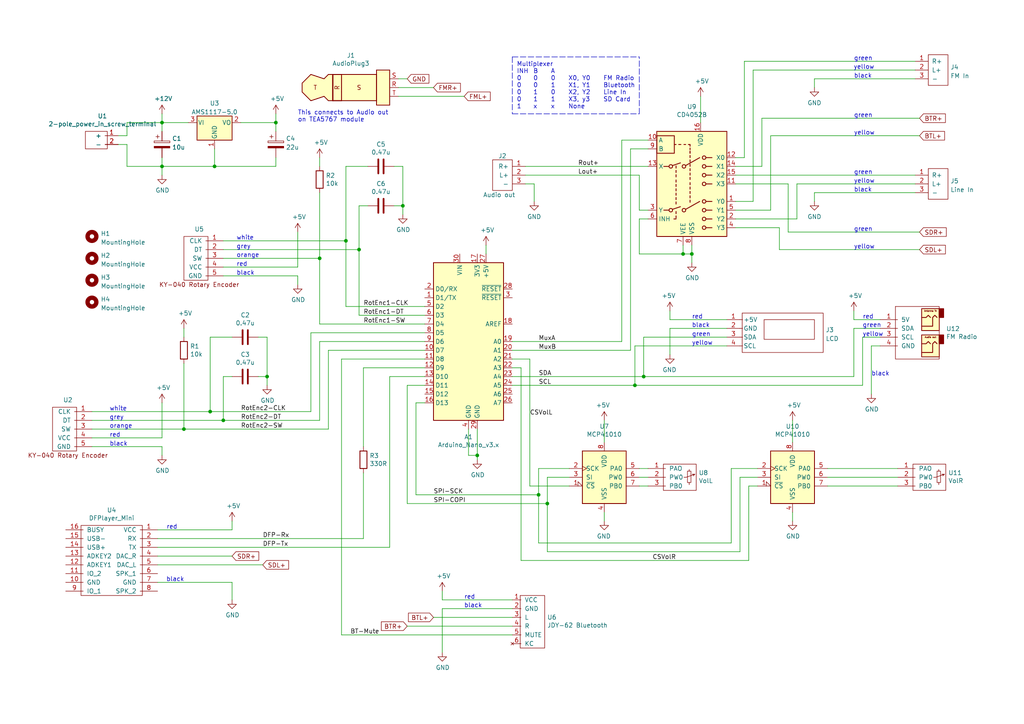
<source format=kicad_sch>
(kicad_sch (version 20211123) (generator eeschema)
  (paper "A4")
  (lib_symbols
    (symbol "Analog_Switch:CD4052B"
      (property "Reference" "U" (at -10.16 16.51 0))
      (property "Value" "CD4052B" (at 3.81 16.51 0))
      (symbol "CD4052B_0_1"
        (rectangle (start -10.16 8.89) (end -5.08 13.97) (stroke (width 0.254)))
        (rectangle (start -10.16 15.24) (end 10.16 -15.24) (stroke (width 0.254)) (fill (type background)))
        (circle (center -6.096 -7.62) (radius 0.508) (stroke (width 0.254)))
        (circle (center -6.096 5.08) (radius 0.508) (stroke (width 0.254)))
        (circle (center -2.286 -7.62) (radius 0.508) (stroke (width 0.254)))
        (circle (center -2.286 5.08) (radius 0.508) (stroke (width 0.254)))
        (polyline (pts (xy -8.128 -7.62) (xy -6.604 -7.62)) (stroke (width 0.254)))
        (polyline (pts (xy -8.128 5.08) (xy -6.604 5.08)) (stroke (width 0.254)))
        (polyline (pts (xy -5.588 -7.366) (xy -3.302 -6.604)) (stroke (width 0.254)))
        (polyline (pts (xy -5.588 5.334) (xy -3.302 6.096)) (stroke (width 0.254)))
        (polyline (pts (xy -4.572 -10.16) (xy -5.207 -10.16)) (stroke (width 0.254)))
        (polyline (pts (xy -4.572 -9.906) (xy -4.572 -9.271)) (stroke (width 0.254)))
        (polyline (pts (xy -4.572 -8.636) (xy -4.572 -8.001)) (stroke (width 0.254)))
        (polyline (pts (xy -4.572 -5.842) (xy -4.572 -5.207)) (stroke (width 0.254)))
        (polyline (pts (xy -4.572 -4.572) (xy -4.572 -3.937)) (stroke (width 0.254)))
        (polyline (pts (xy -4.572 -3.302) (xy -4.572 -2.667)) (stroke (width 0.254)))
        (polyline (pts (xy -4.572 -2.032) (xy -4.572 -1.397)) (stroke (width 0.254)))
        (polyline (pts (xy -4.572 -0.762) (xy -4.572 -0.127)) (stroke (width 0.254)))
        (polyline (pts (xy -4.572 0.508) (xy -4.572 1.143)) (stroke (width 0.254)))
        (polyline (pts (xy -4.572 2.032) (xy -4.572 2.667)) (stroke (width 0.254)))
        (polyline (pts (xy -4.572 3.302) (xy -4.572 3.937)) (stroke (width 0.254)))
        (polyline (pts (xy -4.572 4.572) (xy -4.572 5.207)) (stroke (width 0.254)))
        (polyline (pts (xy -4.572 11.43) (xy -5.08 11.43)) (stroke (width 0.254)))
        (polyline (pts (xy -3.81 11.43) (xy -3.175 11.43)) (stroke (width 0.254)))
        (polyline (pts (xy -1.778 -7.366) (xy 2.286 -5.08)) (stroke (width 0.254)))
        (polyline (pts (xy -1.778 5.334) (xy 2.286 7.62)) (stroke (width 0.254)))
        (polyline (pts (xy -1.778 11.43) (xy -2.286 11.43)) (stroke (width 0.254)))
        (polyline (pts (xy -0.508 -5.334) (xy -0.508 -4.699)) (stroke (width 0.254)))
        (polyline (pts (xy -0.508 -4.064) (xy -0.508 -3.429)) (stroke (width 0.254)))
        (polyline (pts (xy -0.508 -2.794) (xy -0.508 -2.159)) (stroke (width 0.254)))
        (polyline (pts (xy -0.508 -1.524) (xy -0.508 -0.889)) (stroke (width 0.254)))
        (polyline (pts (xy -0.508 -0.254) (xy -0.508 0.381)) (stroke (width 0.254)))
        (polyline (pts (xy -0.508 1.27) (xy -0.508 1.905)) (stroke (width 0.254)))
        (polyline (pts (xy -0.508 2.54) (xy -0.508 3.175)) (stroke (width 0.254)))
        (polyline (pts (xy -0.508 3.81) (xy -0.508 4.445)) (stroke (width 0.254)))
        (polyline (pts (xy -0.508 5.08) (xy -0.508 5.715)) (stroke (width 0.254)))
        (polyline (pts (xy -0.508 6.35) (xy -0.508 6.985)) (stroke (width 0.254)))
        (polyline (pts (xy -0.508 7.62) (xy -0.508 8.255)) (stroke (width 0.254)))
        (polyline (pts (xy -0.508 8.89) (xy -0.508 9.398)) (stroke (width 0.254)))
        (polyline (pts (xy -0.508 8.89) (xy -0.508 9.525)) (stroke (width 0.254)))
        (polyline (pts (xy -0.508 9.906) (xy -0.508 10.414)) (stroke (width 0.254)))
        (polyline (pts (xy -0.508 10.922) (xy -0.508 11.43)) (stroke (width 0.254)))
        (polyline (pts (xy -0.508 11.43) (xy -1.016 11.43)) (stroke (width 0.254)))
        (polyline (pts (xy 4.064 -12.7) (xy 5.842 -12.7)) (stroke (width 0.254)))
        (polyline (pts (xy 4.064 -10.16) (xy 5.842 -10.16)) (stroke (width 0.254)))
        (polyline (pts (xy 4.064 -7.62) (xy 5.842 -7.62)) (stroke (width 0.254)))
        (polyline (pts (xy 4.064 -5.08) (xy 5.842 -5.08)) (stroke (width 0.254)))
        (polyline (pts (xy 4.064 0) (xy 5.842 0)) (stroke (width 0.254)))
        (polyline (pts (xy 4.064 2.54) (xy 5.842 2.54)) (stroke (width 0.254)))
        (polyline (pts (xy 4.064 5.08) (xy 5.842 5.08)) (stroke (width 0.254)))
        (polyline (pts (xy 4.064 7.62) (xy 5.842 7.62)) (stroke (width 0.254)))
        (circle (center 3.556 -12.7) (radius 0.508) (stroke (width 0.254)))
        (circle (center 3.556 -10.16) (radius 0.508) (stroke (width 0.254)))
        (circle (center 3.556 -7.62) (radius 0.508) (stroke (width 0.254)))
        (circle (center 3.556 -5.08) (radius 0.508) (stroke (width 0.254)))
        (circle (center 3.556 0) (radius 0.508) (stroke (width 0.254)))
        (circle (center 3.556 2.54) (radius 0.508) (stroke (width 0.254)))
        (circle (center 3.556 5.08) (radius 0.508) (stroke (width 0.254)))
        (circle (center 3.556 7.62) (radius 0.508) (stroke (width 0.254)))
      )
      (symbol "CD4052B_1_1"
        (pin bidirectional line (at 12.7 -5.08 180) (length 2.54) (name "Y0") (number "1"))
        (pin input line (at -12.7 12.7 0) (length 2.54) (name "A") (number "10"))
        (pin bidirectional line (at 12.7 0 180) (length 2.54) (name "X3") (number "11"))
        (pin bidirectional line (at 12.7 7.62 180) (length 2.54) (name "X0") (number "12"))
        (pin bidirectional line (at -12.7 5.08 0) (length 2.54) (name "X") (number "13"))
        (pin bidirectional line (at 12.7 5.08 180) (length 2.54) (name "X1") (number "14"))
        (pin bidirectional line (at 12.7 2.54 180) (length 2.54) (name "X2") (number "15"))
        (pin power_in line (at 2.54 17.78 270) (length 2.54) (name "VDD") (number "16"))
        (pin bidirectional line (at 12.7 -10.16 180) (length 2.54) (name "Y2") (number "2"))
        (pin bidirectional line (at -12.7 -7.62 0) (length 2.54) (name "Y") (number "3"))
        (pin bidirectional line (at 12.7 -12.7 180) (length 2.54) (name "Y3") (number "4"))
        (pin bidirectional line (at 12.7 -7.62 180) (length 2.54) (name "Y1") (number "5"))
        (pin input line (at -12.7 -10.16 0) (length 2.54) (name "INH") (number "6"))
        (pin power_in line (at -2.54 -17.78 90) (length 2.54) (name "VEE") (number "7"))
        (pin power_in line (at 0 -17.78 90) (length 2.54) (name "VSS") (number "8"))
        (pin input line (at -12.7 10.16 0) (length 2.54) (name "B") (number "9"))
      )
    )
    (symbol "Connector:AudioPlug3"
      (property "Reference" "J" (at 1.27 6.35 0))
      (property "Value" "AudioPlug3" (at 1.27 -6.35 0))
      (symbol "AudioPlug3_0_0"
        (text "R" (at -2.54 0 900) (effects (font (size 1.27 1.27))))
      )
      (symbol "AudioPlug3_0_1"
        (rectangle (start -3.81 3.81) (end -1.27 -3.81) (stroke (width 0.254)))
        (rectangle (start -1.27 -1.27) (end -1.27 -1.27))
      )
      (symbol "AudioPlug3_1_0"
        (text "S" (at 3.81 0 0) (effects (font (size 1.27 1.27))))
        (text "T" (at -8.89 0 0) (effects (font (size 1.27 1.27))))
      )
      (symbol "AudioPlug3_1_1"
        (rectangle (start -3.81 3.81) (end 8.89 -3.81) (stroke (width 0.254)) (fill (type background)))
        (polyline (pts (xy -3.81 3.81) (xy -5.08 3.81) (xy -6.35 2.54) (xy -10.16 3.81) (xy -12.7 1.27) (xy -12.7 -1.27) (xy -10.16 -3.81) (xy -6.35 -2.54) (xy -5.08 -3.81) (xy -3.81 -3.81) (xy -3.81 3.81)) (stroke (width 0.254)) (fill (type background)))
        (rectangle (start 12.7 5.08) (end 8.89 -5.08) (stroke (width 0.254)) (fill (type background)))
        (pin passive line (at 15.24 0 180) (length 2.54) (name "~") (number "R"))
        (pin passive line (at 15.24 2.54 180) (length 2.54) (name "~") (number "S"))
        (pin passive line (at 15.24 -2.54 180) (length 2.54) (name "~") (number "T"))
      )
    )
    (symbol "Device:C" (pin_numbers hide) (pin_names (offset 0.254))
      (property "Reference" "C" (at 0.635 2.54 0))
      (property "Value" "C" (at 0.635 -2.54 0))
      (symbol "C_0_1"
        (polyline (pts (xy -2.032 -0.762) (xy 2.032 -0.762)) (stroke (width 0.508)))
        (polyline (pts (xy -2.032 0.762) (xy 2.032 0.762)) (stroke (width 0.508)))
      )
      (symbol "C_1_1"
        (pin passive line (at 0 3.81 270) (length 2.794) (name "~") (number "1"))
        (pin passive line (at 0 -3.81 90) (length 2.794) (name "~") (number "2"))
      )
    )
    (symbol "Device:C_Polarized" (pin_numbers hide) (pin_names (offset 0.254))
      (property "Reference" "C" (at 0.635 2.54 0))
      (property "Value" "C_Polarized" (at 0.635 -2.54 0))
      (symbol "C_Polarized_0_1"
        (rectangle (start -2.286 0.508) (end 2.286 1.016))
        (polyline (pts (xy -1.778 2.286) (xy -0.762 2.286)))
        (polyline (pts (xy -1.27 2.794) (xy -1.27 1.778)))
        (rectangle (start 2.286 -0.508) (end -2.286 -1.016) (fill (type outline)))
      )
      (symbol "C_Polarized_1_1"
        (pin passive line (at 0 3.81 270) (length 2.794) (name "~") (number "1"))
        (pin passive line (at 0 -3.81 90) (length 2.794) (name "~") (number "2"))
      )
    )
    (symbol "Device:R" (pin_numbers hide) (pin_names (offset 0))
      (property "Reference" "R" (at 2.032 0 90))
      (property "Value" "R" (at 0 0 90))
      (symbol "R_0_1"
        (rectangle (start -1.016 -2.54) (end 1.016 2.54) (stroke (width 0.254)))
      )
      (symbol "R_1_1"
        (pin passive line (at 0 3.81 270) (length 1.27) (name "~") (number "1"))
        (pin passive line (at 0 -3.81 90) (length 1.27) (name "~") (number "2"))
      )
    )
    (symbol "MCU_Module:Arduino_Nano_v3.x"
      (property "Reference" "A" (at -10.16 23.495 0))
      (property "Value" "Arduino_Nano_v3.x" (at 5.08 -24.13 0))
      (symbol "Arduino_Nano_v3.x_0_1"
        (rectangle (start -10.16 22.86) (end 10.16 -22.86) (stroke (width 0.254)) (fill (type background)))
      )
      (symbol "Arduino_Nano_v3.x_1_1"
        (pin bidirectional line (at -12.7 12.7 0) (length 2.54) (name "D1/TX") (number "1"))
        (pin bidirectional line (at -12.7 -2.54 0) (length 2.54) (name "D7") (number "10"))
        (pin bidirectional line (at -12.7 -5.08 0) (length 2.54) (name "D8") (number "11"))
        (pin bidirectional line (at -12.7 -7.62 0) (length 2.54) (name "D9") (number "12"))
        (pin bidirectional line (at -12.7 -10.16 0) (length 2.54) (name "D10") (number "13"))
        (pin bidirectional line (at -12.7 -12.7 0) (length 2.54) (name "D11") (number "14"))
        (pin bidirectional line (at -12.7 -15.24 0) (length 2.54) (name "D12") (number "15"))
        (pin bidirectional line (at -12.7 -17.78 0) (length 2.54) (name "D13") (number "16"))
        (pin power_out line (at 2.54 25.4 270) (length 2.54) (name "3V3") (number "17"))
        (pin input line (at 12.7 5.08 180) (length 2.54) (name "AREF") (number "18"))
        (pin bidirectional line (at 12.7 0 180) (length 2.54) (name "A0") (number "19"))
        (pin bidirectional line (at -12.7 15.24 0) (length 2.54) (name "D0/RX") (number "2"))
        (pin bidirectional line (at 12.7 -2.54 180) (length 2.54) (name "A1") (number "20"))
        (pin bidirectional line (at 12.7 -5.08 180) (length 2.54) (name "A2") (number "21"))
        (pin bidirectional line (at 12.7 -7.62 180) (length 2.54) (name "A3") (number "22"))
        (pin bidirectional line (at 12.7 -10.16 180) (length 2.54) (name "A4") (number "23"))
        (pin bidirectional line (at 12.7 -12.7 180) (length 2.54) (name "A5") (number "24"))
        (pin bidirectional line (at 12.7 -15.24 180) (length 2.54) (name "A6") (number "25"))
        (pin bidirectional line (at 12.7 -17.78 180) (length 2.54) (name "A7") (number "26"))
        (pin power_out line (at 5.08 25.4 270) (length 2.54) (name "+5V") (number "27"))
        (pin input line (at 12.7 15.24 180) (length 2.54) (name "~{RESET}") (number "28"))
        (pin power_in line (at 2.54 -25.4 90) (length 2.54) (name "GND") (number "29"))
        (pin input line (at 12.7 12.7 180) (length 2.54) (name "~{RESET}") (number "3"))
        (pin power_in line (at -2.54 25.4 270) (length 2.54) (name "VIN") (number "30"))
        (pin power_in line (at 0 -25.4 90) (length 2.54) (name "GND") (number "4"))
        (pin bidirectional line (at -12.7 10.16 0) (length 2.54) (name "D2") (number "5"))
        (pin bidirectional line (at -12.7 7.62 0) (length 2.54) (name "D3") (number "6"))
        (pin bidirectional line (at -12.7 5.08 0) (length 2.54) (name "D4") (number "7"))
        (pin bidirectional line (at -12.7 2.54 0) (length 2.54) (name "D5") (number "8"))
        (pin bidirectional line (at -12.7 0 0) (length 2.54) (name "D6") (number "9"))
      )
    )
    (symbol "Mechanical:MountingHole" (pin_names (offset 1.016))
      (property "Reference" "H" (at 0 5.08 0))
      (property "Value" "MountingHole" (at 0 3.175 0))
      (symbol "MountingHole_0_1"
        (circle (center 0 0) (radius 1.27) (stroke (width 1.27)))
      )
    )
    (symbol "My_Headers:3-pin_Audio" (pin_names (offset 1.016))
      (property "Reference" "J" (at -0.635 6.35 0))
      (symbol "3-pin_Audio_0_1"
        (polyline (pts (xy -1.27 4.445) (xy 4.445 4.445) (xy 4.445 -3.81) (xy 4.445 -4.445) (xy -1.27 -4.445) (xy -1.27 4.445)) (stroke (width 0.1524)))
      )
      (symbol "3-pin_Audio_1_1"
        (pin bidirectional line (at -5.08 2.54 0) (length 3.81) (name "R+") (number "1"))
        (pin bidirectional line (at -5.08 0 0) (length 3.81) (name "L+") (number "2"))
        (pin bidirectional line (at -5.08 -2.54 0) (length 3.81) (name "-") (number "3"))
      )
    )
    (symbol "My_Headers:3-pin_potentiometer_output" (pin_names (offset 1.016))
      (property "Reference" "U" (at 5.715 2.54 0))
      (property "Value" "3-pin_potentiometer_output" (at 5.08 -7.62 0))
      (symbol "3-pin_potentiometer_output_0_1"
        (polyline (pts (xy 11.938 -4.064) (xy 11.938 -4.699)))
        (polyline (pts (xy 11.938 -0.254) (xy 11.938 -0.762)))
        (polyline (pts (xy 12.827 -1.651) (xy 12.827 -1.651)))
        (polyline (pts (xy 13.589 -1.651) (xy 13.081 -2.159)))
        (polyline (pts (xy 10.414 -2.54) (xy 11.049 -2.54) (xy 13.589 -1.651) (xy 12.827 -1.651)))
        (polyline (pts (xy 4.445 1.27) (xy 13.97 1.27) (xy 13.97 -6.35) (xy 4.445 -6.35) (xy 4.445 1.27)))
        (polyline (pts (xy 11.43 -0.762) (xy 12.446 -0.762) (xy 12.446 -4.064) (xy 11.43 -4.064) (xy 11.43 -0.762)))
      )
      (symbol "3-pin_potentiometer_output_1_1"
        (pin input line (at 0 0 0) (length 5.08) (name "PAO") (number "1"))
        (pin output line (at 0 -2.54 0) (length 5.08) (name "PW0") (number "2"))
        (pin input line (at 0 -5.08 0) (length 5.08) (name "PB0") (number "3"))
      )
    )
    (symbol "My_Headers:4-pin_I2C_LCD_header" (pin_names (offset 1.016))
      (property "Reference" "J" (at 0 5.715 0))
      (property "Value" "4-pin_I2C_LCD_header" (at 0 -8.255 0))
      (symbol "4-pin_I2C_LCD_header_0_1"
        (polyline (pts (xy -0.635 4.445) (xy 22.86 4.445) (xy 22.86 -6.985) (xy -0.635 -6.985) (xy -0.635 4.445)) (stroke (width 0.1524)))
        (polyline (pts (xy 5.715 2.54) (xy 5.715 -3.175) (xy 20.32 -3.175) (xy 20.32 2.54) (xy 5.715 2.54)) (stroke (width 0.1524)))
      )
      (symbol "4-pin_I2C_LCD_header_1_1"
        (polyline (pts (xy -1.27 -5.08) (xy -0.508 -5.08)) (stroke (width 0.1524)))
        (polyline (pts (xy -1.27 -2.54) (xy -0.508 -2.54)) (stroke (width 0.1524)))
        (polyline (pts (xy -1.27 0) (xy -0.508 0)) (stroke (width 0.1524)))
        (polyline (pts (xy -1.27 2.54) (xy -0.508 2.54)) (stroke (width 0.1524)))
        (pin power_in line (at -5.08 2.54 0) (length 3.81) (name "+5V") (number "1"))
        (pin power_in line (at -5.08 0 0) (length 3.81) (name "GND") (number "2"))
        (pin passive line (at -5.08 -2.54 0) (length 3.81) (name "SDA") (number "3"))
        (pin passive line (at -5.08 -5.08 0) (length 3.81) (name "SCL") (number "4"))
      )
    )
    (symbol "My_Parts:2-pole_power_in_screw_terminal" (pin_names (offset 1.016))
      (property "Reference" "U" (at 4.445 3.175 0))
      (property "Value" "2-pole_power_in_screw_terminal" (at 6.35 -5.715 0))
      (symbol "2-pole_power_in_screw_terminal_0_1"
        (rectangle (start 3.175 1.27) (end 9.525 -3.81))
      )
      (symbol "2-pole_power_in_screw_terminal_1_1"
        (pin power_in line (at 0 0 0) (length 3.81) (name "+") (number "1"))
        (pin power_in line (at 0 -2.54 0) (length 3.81) (name "-") (number "2"))
      )
    )
    (symbol "My_Parts:DFPlayer_Mini" (pin_names (offset 1.016))
      (property "Reference" "U" (at 6.985 2.54 0))
      (property "Value" "DFPlayer_Mini" (at 12.7 -20.955 0))
      (symbol "DFPlayer_Mini_0_1"
        (polyline (pts (xy 4.445 1.27) (xy 4.445 -19.05) (xy 22.225 -19.05) (xy 22.225 1.27) (xy 4.445 1.27)))
      )
      (symbol "DFPlayer_Mini_1_1"
        (pin power_in line (at 0 0 0) (length 5.08) (name "VCC") (number "1"))
        (pin power_in line (at 26.67 -15.24 180) (length 5.08) (name "GND") (number "10"))
        (pin input line (at 26.67 -12.7 180) (length 5.08) (name "IO_2") (number "11"))
        (pin input line (at 26.67 -10.16 180) (length 5.08) (name "ADKEY1") (number "12"))
        (pin input line (at 26.67 -7.62 180) (length 5.08) (name "ADKEY2") (number "13"))
        (pin bidirectional line (at 26.67 -5.08 180) (length 5.08) (name "USB+") (number "14"))
        (pin bidirectional line (at 26.67 -2.54 180) (length 5.08) (name "USB-") (number "15"))
        (pin output line (at 26.67 0 180) (length 5.08) (name "BUSY") (number "16"))
        (pin input line (at 0 -2.54 0) (length 5.08) (name "RX") (number "2"))
        (pin output line (at 0 -5.08 0) (length 5.08) (name "TX") (number "3"))
        (pin output line (at 0 -7.62 0) (length 5.08) (name "DAC_R") (number "4"))
        (pin output line (at 0 -10.16 0) (length 5.08) (name "DAC_L") (number "5"))
        (pin output line (at 0 -12.7 0) (length 5.08) (name "SPK_1") (number "6"))
        (pin power_in line (at 0 -15.24 0) (length 5.08) (name "GND") (number "7"))
        (pin output line (at 0 -17.78 0) (length 5.08) (name "SPK_2") (number "8"))
        (pin input line (at 26.67 -17.78 180) (length 5.08) (name "IO_1") (number "9"))
      )
    )
    (symbol "My_Parts:JDY-62_Bluetooth_Module" (pin_names (offset 1.016))
      (property "Reference" "U" (at 3.302 2.286 0))
      (property "Value" "JDY-62_Bluetooth_Module" (at 6.096 -15.494 0))
      (symbol "JDY-62_Bluetooth_Module_0_1"
        (polyline (pts (xy 2.286 1.27) (xy 2.286 -13.97) (xy 9.398 -13.97) (xy 9.398 1.27) (xy 2.286 1.27)))
      )
      (symbol "JDY-62_Bluetooth_Module_1_1"
        (pin power_in line (at 0 0 0) (length 2.54) (name "VCC") (number "1"))
        (pin power_in line (at 0 -2.54 0) (length 2.54) (name "GND") (number "2"))
        (pin output line (at 0 -5.08 0) (length 2.54) (name "L") (number "3"))
        (pin output line (at 0 -7.62 0) (length 2.54) (name "R") (number "4"))
        (pin output line (at 0 -10.16 0) (length 2.54) (name "MUTE") (number "5"))
        (pin no_connect line (at 0 -12.7 0) (length 2.54) (name "KC") (number "6"))
      )
    )
    (symbol "My_Parts:KY-040_Rotary_Encoder" (pin_names (offset 1.016))
      (property "Reference" "U" (at 0.635 2.54 0))
      (symbol "KY-040_Rotary_Encoder_0_0"
        (text "KY-040 Rotary Encoder" (at 1.905 -12.7 0) (effects (font (size 1.27 1.27))))
      )
      (symbol "KY-040_Rotary_Encoder_0_1"
        (rectangle (start -0.635 -11.43) (end 6.35 1.27))
      )
      (symbol "KY-040_Rotary_Encoder_1_1"
        (pin output line (at -5.08 0 0) (length 5.08) (name "CLK") (number "1"))
        (pin output line (at -5.08 -2.54 0) (length 5.08) (name "DT") (number "2"))
        (pin output line (at -5.08 -5.08 0) (length 5.08) (name "SW") (number "3"))
        (pin power_in line (at -5.08 -7.62 0) (length 5.08) (name "VCC") (number "4"))
        (pin power_in line (at -5.08 -10.16 0) (length 5.08) (name "GND") (number "5"))
      )
    )
    (symbol "My_Parts:TEA5767_FM_Radio_Module" (pin_names (offset 1.016))
      (property "Reference" "U" (at 6.35 5.08 0))
      (property "Value" "TEA5767_FM_Radio_Module" (at 9.525 -13.335 0))
      (symbol "TEA5767_FM_Radio_Module_0_0"
        (text "Antenna in" (at 14.605 2.54 0) (effects (font (size 0.4572 0.4572))))
        (text "Audio out" (at 14.605 -5.08 0) (effects (font (size 0.4572 0.4572))))
      )
      (symbol "TEA5767_FM_Radio_Module_0_1"
        (polyline (pts (xy 17.145 -4.445) (xy 17.145 -3.175)))
        (polyline (pts (xy 17.145 3.175) (xy 17.145 3.81) (xy 4.445 3.81)))
        (polyline (pts (xy 4.445 3.81) (xy 4.445 -11.43) (xy 17.145 -11.43) (xy 17.145 -10.795)))
      )
      (symbol "TEA5767_FM_Radio_Module_1_1"
        (polyline (pts (xy 14.605 -6.985) (xy 13.97 -6.35) (xy 13.335 -6.985) (xy 12.065 -6.985)) (stroke (width 0.254)))
        (polyline (pts (xy 14.605 0.635) (xy 13.97 1.27) (xy 13.335 0.635) (xy 12.065 0.635)) (stroke (width 0.254)))
        (polyline (pts (xy 12.065 -9.525) (xy 15.24 -9.525) (xy 15.24 -6.985) (xy 15.875 -6.35) (xy 16.51 -6.985)) (stroke (width 0.254)))
        (polyline (pts (xy 12.065 -1.905) (xy 15.24 -1.905) (xy 15.24 0.635) (xy 15.875 1.27) (xy 16.51 0.635)) (stroke (width 0.254)))
        (rectangle (start 12.065 -10.795) (end 17.145 -4.445) (stroke (width 0.254)) (fill (type background)))
        (rectangle (start 12.065 -3.175) (end 17.145 3.175) (stroke (width 0.254)) (fill (type background)))
        (rectangle (start 17.145 -4.445) (end 18.415 -6.985) (stroke (width 0.254)) (fill (type outline)))
        (rectangle (start 17.145 3.175) (end 18.415 0.635) (stroke (width 0.254)) (fill (type outline)))
        (pin power_in line (at 0 0 0) (length 5.08) (name "5V") (number "1"))
        (pin bidirectional line (at 0 -2.54 0) (length 5.08) (name "SDA") (number "2"))
        (pin bidirectional line (at 0 -5.08 0) (length 5.08) (name "SCL") (number "3"))
        (pin power_in line (at 0 -7.62 0) (length 5.08) (name "GND") (number "4"))
      )
    )
    (symbol "Potentiometer_Digital:MCP41010" (pin_names (offset 1.016))
      (property "Reference" "U" (at -6.35 8.89 0))
      (property "Value" "MCP41010" (at 1.27 8.89 0))
      (symbol "MCP41010_0_1"
        (rectangle (start -6.35 7.62) (end 6.35 -7.62) (stroke (width 0.254)) (fill (type background)))
      )
      (symbol "MCP41010_1_1"
        (pin input input_low (at -10.16 -2.54 0) (length 3.81) (name "~{CS}") (number "1"))
        (pin passive clock (at -10.16 2.54 0) (length 3.81) (name "SCK") (number "2"))
        (pin input line (at -10.16 0 0) (length 3.81) (name "SI") (number "3"))
        (pin power_in line (at 0 -10.16 90) (length 2.54) (name "VSS") (number "4"))
        (pin passive line (at 10.16 2.54 180) (length 3.81) (name "PA0") (number "5"))
        (pin passive line (at 10.16 0 180) (length 3.81) (name "PW0") (number "6"))
        (pin passive line (at 10.16 -2.54 180) (length 3.81) (name "PB0") (number "7"))
        (pin power_in line (at 0 10.16 270) (length 2.54) (name "VDD") (number "8"))
      )
    )
    (symbol "Regulator_Linear:AMS1117-5.0" (pin_names (offset 0.254))
      (property "Reference" "U" (at -3.81 3.175 0))
      (property "Value" "AMS1117-5.0" (at 0 3.175 0))
      (symbol "AMS1117-5.0_0_1"
        (rectangle (start -5.08 -5.08) (end 5.08 1.905) (stroke (width 0.254)) (fill (type background)))
      )
      (symbol "AMS1117-5.0_1_1"
        (pin power_in line (at 0 -7.62 90) (length 2.54) (name "GND") (number "1"))
        (pin power_out line (at 7.62 0 180) (length 2.54) (name "VO") (number "2"))
        (pin power_in line (at -7.62 0 0) (length 2.54) (name "VI") (number "3"))
      )
    )
    (symbol "power:+12V" (power) (pin_names (offset 0))
      (property "Value" "+12V" (at 0 3.556 0))
      (symbol "+12V_0_1"
        (polyline (pts (xy -0.762 1.27) (xy 0 2.54)))
        (polyline (pts (xy 0 0) (xy 0 2.54)))
        (polyline (pts (xy 0 2.54) (xy 0.762 1.27)))
      )
      (symbol "+12V_1_1"
        (pin power_in line (at 0 0 90) (length 0) hide (name "+12V") (number "1"))
      )
    )
    (symbol "power:+5V" (power) (pin_names (offset 0))
      (property "Value" "+5V" (at 0 3.556 0))
      (symbol "+5V_0_1"
        (polyline (pts (xy -0.762 1.27) (xy 0 2.54)))
        (polyline (pts (xy 0 0) (xy 0 2.54)))
        (polyline (pts (xy 0 2.54) (xy 0.762 1.27)))
      )
      (symbol "+5V_1_1"
        (pin power_in line (at 0 0 90) (length 0) hide (name "+5V") (number "1"))
      )
    )
    (symbol "power:GND" (power) (pin_names (offset 0))
      (property "Value" "GND" (at 0 -3.81 0))
      (symbol "GND_0_1"
        (polyline (pts (xy 0 0) (xy 0 -1.27) (xy 1.27 -1.27) (xy 0 -2.54) (xy -1.27 -1.27) (xy 0 -1.27)))
      )
      (symbol "GND_1_1"
        (pin power_in line (at 0 0 270) (length 0) hide (name "GND") (number "1"))
      )
    )
  )
  (junction (at 158.75 146.05))
  (junction (at 92.71 74.93))
  (junction (at 53.34 124.46))
  (junction (at 198.12 73.66))
  (junction (at 156.21 143.51))
  (junction (at 116.84 59.69))
  (junction (at 100.33 69.85))
  (junction (at 64.77 121.92))
  (junction (at 200.66 73.66))
  (junction (at 62.23 48.26))
  (junction (at 186.69 109.22))
  (junction (at 80.01 35.56))
  (junction (at 104.14 72.39))
  (junction (at 77.47 109.22))
  (junction (at 46.99 35.56))
  (junction (at 138.43 132.08))
  (junction (at 60.96 119.38))
  (junction (at 46.99 48.26))
  (junction (at 184.15 111.76))
  (polyline (pts (xy 185.42 33.02) (xy 185.42 16.51)))
  (wire (pts (xy 67.31 168.91) (xy 67.31 173.99)))
  (wire (pts (xy 187.96 60.96) (xy 185.42 60.96)))
  (wire (pts (xy 128.27 173.99) (xy 128.27 171.45)))
  (wire (pts (xy 90.17 96.52) (xy 90.17 119.38)))
  (wire (pts (xy 175.26 128.27) (xy 175.26 121.92)))
  (wire (pts (xy 46.99 48.26) (xy 62.23 48.26)))
  (wire (pts (xy 74.93 109.22) (xy 77.47 109.22)))
  (wire (pts (xy 252.73 100.33) (xy 252.73 114.3)))
  (wire (pts (xy 223.52 39.37) (xy 266.7 39.37)))
  (wire (pts (xy 86.36 77.47) (xy 86.36 67.31)))
  (wire (pts (xy 217.17 140.97) (xy 217.17 162.56)))
  (wire (pts (xy 36.83 48.26) (xy 46.99 48.26)))
  (wire (pts (xy 250.19 111.76) (xy 184.15 111.76)))
  (wire (pts (xy 53.34 97.79) (xy 53.34 95.25)))
  (wire (pts (xy 180.34 99.06) (xy 180.34 40.64)))
  (wire (pts (xy 26.67 124.46) (xy 53.34 124.46)))
  (wire (pts (xy 64.77 109.22) (xy 64.77 121.92)))
  (wire (pts (xy 36.83 41.91) (xy 36.83 48.26)))
  (wire (pts (xy 116.84 48.26) (xy 114.3 48.26)))
  (wire (pts (xy 229.87 128.27) (xy 229.87 121.92)))
  (wire (pts (xy 184.15 111.76) (xy 184.15 100.33)))
  (wire (pts (xy 115.57 25.4) (xy 125.73 25.4)))
  (wire (pts (xy 113.03 109.22) (xy 123.19 109.22)))
  (wire (pts (xy 185.42 73.66) (xy 185.42 63.5)))
  (wire (pts (xy 92.71 93.98) (xy 123.19 93.98)))
  (wire (pts (xy 123.19 96.52) (xy 90.17 96.52)))
  (wire (pts (xy 187.96 140.97) (xy 185.42 140.97)))
  (wire (pts (xy 116.84 59.69) (xy 116.84 48.26)))
  (wire (pts (xy 213.36 53.34) (xy 228.6 53.34)))
  (wire (pts (xy 45.72 161.29) (xy 67.31 161.29)))
  (wire (pts (xy 45.72 158.75) (xy 113.03 158.75)))
  (wire (pts (xy 148.59 181.61) (xy 118.11 181.61)))
  (wire (pts (xy 140.97 73.66) (xy 140.97 71.12)))
  (wire (pts (xy 80.01 48.26) (xy 80.01 45.72)))
  (wire (pts (xy 64.77 72.39) (xy 104.14 72.39)))
  (wire (pts (xy 198.12 73.66) (xy 200.66 73.66)))
  (wire (pts (xy 45.72 153.67) (xy 67.31 153.67)))
  (wire (pts (xy 219.71 138.43) (xy 214.63 138.43)))
  (wire (pts (xy 200.66 73.66) (xy 200.66 76.2)))
  (wire (pts (xy 182.88 101.6) (xy 148.59 101.6)))
  (wire (pts (xy 236.22 22.86) (xy 265.43 22.86)))
  (wire (pts (xy 255.27 97.79) (xy 250.19 97.79)))
  (wire (pts (xy 186.69 109.22) (xy 186.69 97.79)))
  (wire (pts (xy 113.03 158.75) (xy 113.03 109.22)))
  (wire (pts (xy 214.63 138.43) (xy 214.63 160.02)))
  (wire (pts (xy 105.41 106.68) (xy 123.19 106.68)))
  (wire (pts (xy 218.44 20.32) (xy 218.44 58.42)))
  (wire (pts (xy 26.67 127) (xy 46.99 127)))
  (wire (pts (xy 64.77 80.01) (xy 86.36 80.01)))
  (wire (pts (xy 210.82 95.25) (xy 194.31 95.25)))
  (wire (pts (xy 213.36 66.04) (xy 226.06 66.04)))
  (wire (pts (xy 46.99 127) (xy 46.99 116.84)))
  (wire (pts (xy 60.96 119.38) (xy 90.17 119.38)))
  (wire (pts (xy 115.57 22.86) (xy 118.11 22.86)))
  (wire (pts (xy 212.09 157.48) (xy 156.21 157.48)))
  (wire (pts (xy 217.17 162.56) (xy 151.13 162.56)))
  (wire (pts (xy 46.99 45.72) (xy 46.99 48.26)))
  (wire (pts (xy 62.23 43.18) (xy 62.23 48.26)))
  (wire (pts (xy 77.47 109.22) (xy 77.47 97.79)))
  (wire (pts (xy 198.12 71.12) (xy 198.12 73.66)))
  (wire (pts (xy 175.26 148.59) (xy 175.26 151.13)))
  (wire (pts (xy 194.31 95.25) (xy 194.31 102.87)))
  (wire (pts (xy 184.15 111.76) (xy 148.59 111.76)))
  (wire (pts (xy 153.67 140.97) (xy 153.67 104.14)))
  (wire (pts (xy 106.68 59.69) (xy 104.14 59.69)))
  (wire (pts (xy 46.99 35.56) (xy 46.99 38.1)))
  (wire (pts (xy 128.27 176.53) (xy 128.27 189.23)))
  (wire (pts (xy 34.29 41.91) (xy 36.83 41.91)))
  (wire (pts (xy 236.22 25.4) (xy 236.22 22.86)))
  (wire (pts (xy 60.96 97.79) (xy 60.96 119.38)))
  (wire (pts (xy 67.31 153.67) (xy 67.31 151.13)))
  (wire (pts (xy 213.36 60.96) (xy 223.52 60.96)))
  (wire (pts (xy 250.19 97.79) (xy 250.19 111.76)))
  (wire (pts (xy 92.71 99.06) (xy 123.19 99.06)))
  (wire (pts (xy 86.36 80.01) (xy 86.36 82.55)))
  (wire (pts (xy 105.41 156.21) (xy 105.41 137.16)))
  (wire (pts (xy 180.34 40.64) (xy 187.96 40.64)))
  (wire (pts (xy 182.88 43.18) (xy 182.88 101.6)))
  (wire (pts (xy 80.01 35.56) (xy 80.01 38.1)))
  (wire (pts (xy 215.9 45.72) (xy 215.9 17.78)))
  (wire (pts (xy 247.65 109.22) (xy 186.69 109.22)))
  (wire (pts (xy 185.42 50.8) (xy 185.42 60.96)))
  (wire (pts (xy 100.33 69.85) (xy 100.33 88.9)))
  (wire (pts (xy 187.96 43.18) (xy 182.88 43.18)))
  (wire (pts (xy 220.98 34.29) (xy 266.7 34.29)))
  (wire (pts (xy 148.59 176.53) (xy 128.27 176.53)))
  (wire (pts (xy 203.2 35.56) (xy 203.2 27.94)))
  (wire (pts (xy 255.27 92.71) (xy 247.65 92.71)))
  (wire (pts (xy 154.94 58.42) (xy 154.94 53.34)))
  (wire (pts (xy 77.47 97.79) (xy 74.93 97.79)))
  (wire (pts (xy 105.41 129.54) (xy 105.41 106.68)))
  (wire (pts (xy 218.44 20.32) (xy 265.43 20.32)))
  (wire (pts (xy 236.22 55.88) (xy 236.22 58.42)))
  (wire (pts (xy 212.09 135.89) (xy 212.09 157.48)))
  (wire (pts (xy 92.71 48.26) (xy 92.71 45.72)))
  (wire (pts (xy 247.65 92.71) (xy 247.65 90.17)))
  (wire (pts (xy 194.31 92.71) (xy 194.31 90.17)))
  (wire (pts (xy 187.96 135.89) (xy 185.42 135.89)))
  (wire (pts (xy 106.68 48.26) (xy 100.33 48.26)))
  (wire (pts (xy 165.1 135.89) (xy 156.21 135.89)))
  (wire (pts (xy 45.72 163.83) (xy 76.2 163.83)))
  (wire (pts (xy 158.75 146.05) (xy 158.75 160.02)))
  (wire (pts (xy 99.06 104.14) (xy 99.06 184.15)))
  (wire (pts (xy 138.43 132.08) (xy 138.43 133.35)))
  (wire (pts (xy 229.87 148.59) (xy 229.87 151.13)))
  (wire (pts (xy 64.77 69.85) (xy 100.33 69.85)))
  (wire (pts (xy 104.14 59.69) (xy 104.14 72.39)))
  (wire (pts (xy 62.23 48.26) (xy 80.01 48.26)))
  (wire (pts (xy 26.67 129.54) (xy 46.99 129.54)))
  (wire (pts (xy 45.72 156.21) (xy 105.41 156.21)))
  (wire (pts (xy 92.71 121.92) (xy 92.71 99.06)))
  (wire (pts (xy 156.21 135.89) (xy 156.21 143.51)))
  (wire (pts (xy 54.61 35.56) (xy 46.99 35.56)))
  (wire (pts (xy 148.59 173.99) (xy 128.27 173.99)))
  (wire (pts (xy 151.13 106.68) (xy 148.59 106.68)))
  (wire (pts (xy 228.6 53.34) (xy 228.6 67.31)))
  (wire (pts (xy 213.36 63.5) (xy 231.14 63.5)))
  (wire (pts (xy 210.82 97.79) (xy 186.69 97.79)))
  (wire (pts (xy 64.77 77.47) (xy 86.36 77.47)))
  (wire (pts (xy 260.35 135.89) (xy 240.03 135.89)))
  (wire (pts (xy 219.71 135.89) (xy 212.09 135.89)))
  (wire (pts (xy 100.33 48.26) (xy 100.33 69.85)))
  (wire (pts (xy 228.6 67.31) (xy 266.7 67.31)))
  (wire (pts (xy 77.47 109.22) (xy 77.47 111.76)))
  (wire (pts (xy 95.25 124.46) (xy 95.25 101.6)))
  (wire (pts (xy 80.01 33.02) (xy 80.01 35.56)))
  (wire (pts (xy 53.34 124.46) (xy 53.34 105.41)))
  (wire (pts (xy 231.14 53.34) (xy 265.43 53.34)))
  (wire (pts (xy 214.63 160.02) (xy 158.75 160.02)))
  (wire (pts (xy 36.83 35.56) (xy 46.99 35.56)))
  (wire (pts (xy 67.31 109.22) (xy 64.77 109.22)))
  (wire (pts (xy 135.89 124.46) (xy 135.89 132.08)))
  (wire (pts (xy 226.06 66.04) (xy 226.06 72.39)))
  (wire (pts (xy 138.43 124.46) (xy 138.43 132.08)))
  (polyline (pts (xy 148.59 16.51) (xy 148.59 33.02)))
  (wire (pts (xy 200.66 71.12) (xy 200.66 73.66)))
  (wire (pts (xy 120.65 143.51) (xy 156.21 143.51)))
  (wire (pts (xy 213.36 48.26) (xy 220.98 48.26)))
  (wire (pts (xy 255.27 100.33) (xy 252.73 100.33)))
  (wire (pts (xy 231.14 63.5) (xy 231.14 53.34)))
  (wire (pts (xy 46.99 48.26) (xy 46.99 50.8)))
  (wire (pts (xy 210.82 100.33) (xy 184.15 100.33)))
  (wire (pts (xy 100.33 88.9) (xy 123.19 88.9)))
  (wire (pts (xy 165.1 138.43) (xy 158.75 138.43)))
  (wire (pts (xy 153.67 104.14) (xy 148.59 104.14)))
  (wire (pts (xy 213.36 50.8) (xy 265.43 50.8)))
  (wire (pts (xy 118.11 146.05) (xy 158.75 146.05)))
  (wire (pts (xy 213.36 58.42) (xy 218.44 58.42)))
  (polyline (pts (xy 148.59 33.02) (xy 185.42 33.02)))
  (wire (pts (xy 210.82 92.71) (xy 194.31 92.71)))
  (wire (pts (xy 125.73 179.07) (xy 148.59 179.07)))
  (wire (pts (xy 95.25 101.6) (xy 123.19 101.6)))
  (wire (pts (xy 165.1 140.97) (xy 153.67 140.97)))
  (wire (pts (xy 120.65 116.84) (xy 120.65 143.51)))
  (wire (pts (xy 67.31 97.79) (xy 60.96 97.79)))
  (wire (pts (xy 104.14 72.39) (xy 104.14 91.44)))
  (wire (pts (xy 114.3 59.69) (xy 116.84 59.69)))
  (wire (pts (xy 148.59 99.06) (xy 180.34 99.06)))
  (wire (pts (xy 123.19 116.84) (xy 120.65 116.84)))
  (wire (pts (xy 53.34 124.46) (xy 95.25 124.46)))
  (wire (pts (xy 116.84 59.69) (xy 116.84 62.23)))
  (wire (pts (xy 158.75 138.43) (xy 158.75 146.05)))
  (wire (pts (xy 185.42 63.5) (xy 187.96 63.5)))
  (wire (pts (xy 64.77 74.93) (xy 92.71 74.93)))
  (wire (pts (xy 265.43 55.88) (xy 236.22 55.88)))
  (wire (pts (xy 152.4 48.26) (xy 187.96 48.26)))
  (wire (pts (xy 156.21 143.51) (xy 156.21 157.48)))
  (wire (pts (xy 69.85 35.56) (xy 80.01 35.56)))
  (wire (pts (xy 64.77 121.92) (xy 92.71 121.92)))
  (wire (pts (xy 123.19 104.14) (xy 99.06 104.14)))
  (wire (pts (xy 92.71 74.93) (xy 92.71 93.98)))
  (wire (pts (xy 123.19 111.76) (xy 118.11 111.76)))
  (wire (pts (xy 198.12 73.66) (xy 185.42 73.66)))
  (wire (pts (xy 135.89 132.08) (xy 138.43 132.08)))
  (wire (pts (xy 220.98 48.26) (xy 220.98 34.29)))
  (wire (pts (xy 247.65 95.25) (xy 247.65 109.22)))
  (wire (pts (xy 26.67 121.92) (xy 64.77 121.92)))
  (wire (pts (xy 219.71 140.97) (xy 217.17 140.97)))
  (wire (pts (xy 255.27 95.25) (xy 247.65 95.25)))
  (wire (pts (xy 46.99 129.54) (xy 46.99 132.08)))
  (wire (pts (xy 34.29 39.37) (xy 36.83 39.37)))
  (wire (pts (xy 26.67 119.38) (xy 60.96 119.38)))
  (wire (pts (xy 260.35 138.43) (xy 240.03 138.43)))
  (wire (pts (xy 260.35 140.97) (xy 240.03 140.97)))
  (wire (pts (xy 226.06 72.39) (xy 266.7 72.39)))
  (wire (pts (xy 185.42 138.43) (xy 187.96 138.43)))
  (wire (pts (xy 92.71 74.93) (xy 92.71 55.88)))
  (wire (pts (xy 115.57 27.94) (xy 134.62 27.94)))
  (wire (pts (xy 213.36 45.72) (xy 215.9 45.72)))
  (wire (pts (xy 118.11 111.76) (xy 118.11 146.05)))
  (wire (pts (xy 223.52 60.96) (xy 223.52 39.37)))
  (wire (pts (xy 151.13 162.56) (xy 151.13 106.68)))
  (wire (pts (xy 148.59 184.15) (xy 99.06 184.15)))
  (wire (pts (xy 186.69 109.22) (xy 148.59 109.22)))
  (wire (pts (xy 45.72 168.91) (xy 67.31 168.91)))
  (wire (pts (xy 152.4 50.8) (xy 185.42 50.8)))
  (polyline (pts (xy 148.59 16.51) (xy 185.42 16.51)))
  (wire (pts (xy 215.9 17.78) (xy 265.43 17.78)))
  (wire (pts (xy 46.99 35.56) (xy 46.99 33.02)))
  (wire (pts (xy 104.14 91.44) (xy 123.19 91.44)))
  (wire (pts (xy 36.83 39.37) (xy 36.83 35.56)))
  (wire (pts (xy 154.94 53.34) (xy 152.4 53.34)))
  (text "orange" (at 68.565 74.8607 0) (effects (font (size 1.27 1.27)) (justify left bottom)))
  (text "black" (at 31.765 129.5593 0) (effects (font (size 1.27 1.27)) (justify left bottom)))
  (text "This connects to Audio out\non TEA5767 module" (at 86.36 35.56 0) (effects (font (size 1.27 1.27)) (justify left bottom)))
  (text "red" (at 250.19 92.71 0) (effects (font (size 1.27 1.27)) (justify left bottom)))
  (text "black" (at 68.58 80.01 0) (effects (font (size 1.27 1.27)) (justify left bottom)))
  (text "white" (at 31.75 119.38 0) (effects (font (size 1.27 1.27)) (justify left bottom)))
  (text "black" (at 134.5897 176.4545 0) (effects (font (size 1.27 1.27)) (justify left bottom)))
  (text "red" (at 134.62 173.99 0) (effects (font (size 1.27 1.27)) (justify left bottom)))
  (text "white" (at 68.565 69.8307 0) (effects (font (size 1.27 1.27)) (justify left bottom)))
  (text "red" (at 48.26 153.67 0) (effects (font (size 1.27 1.27)) (justify left bottom)))
  (text "yellow" (at 247.65 72.39 0) (effects (font (size 1.27 1.27)) (justify left bottom)))
  (text "yellow" (at 247.5607 20.2936 0) (effects (font (size 1.27 1.27)) (justify left bottom)))
  (text "black" (at 48.1875 168.8618 0) (effects (font (size 1.27 1.27)) (justify left bottom)))
  (text "yellow" (at 247.65 53.34 0) (effects (font (size 1.27 1.27)) (justify left bottom)))
  (text "orange" (at 31.75 124.41 0) (effects (font (size 1.27 1.27)) (justify left bottom)))
  (text "yellow" (at 250.1644 97.7609 0) (effects (font (size 1.27 1.27)) (justify left bottom)))
  (text "black" (at 200.6446 95.176 0) (effects (font (size 1.27 1.27)) (justify left bottom)))
  (text "black" (at 247.65 22.86 0) (effects (font (size 1.27 1.27)) (justify left bottom)))
  (text "green" (at 247.65 17.78 0) (effects (font (size 1.27 1.27)) (justify left bottom)))
  (text "yellow" (at 200.66 100.33 0) (effects (font (size 1.27 1.27)) (justify left bottom)))
  (text "green" (at 247.65 67.31 0) (effects (font (size 1.27 1.27)) (justify left bottom)))
  (text "grey" (at 68.565 72.3457 0) (effects (font (size 1.27 1.27)) (justify left bottom)))
  (text "red" (at 200.66 92.71 0) (effects (font (size 1.27 1.27)) (justify left bottom)))
  (text "Multiplexer\nINH	B	A\n0	0	0	X0, Y0	FM Radio\n0	0	1	X1, Y1	Bluetooth\n0	1	0	X2, Y2	Line In\n0	1	1	X3, y3	SD Card\n1	x	x	None" (at 149.86 31.75 0) (effects (font (size 1.27 1.27)) (justify left bottom)))
  (text "green" (at 247.65 50.8 0) (effects (font (size 1.27 1.27)) (justify left bottom)))
  (text "red" (at 68.565 77.4476 0) (effects (font (size 1.27 1.27)) (justify left bottom)))
  (text "green" (at 250.1644 95.1707 0) (effects (font (size 1.27 1.27)) (justify left bottom)))
  (text "yellow" (at 247.65 39.37 0) (effects (font (size 1.27 1.27)) (justify left bottom)))
  (text "black" (at 252.73 109.22 0) (effects (font (size 1.27 1.27)) (justify left bottom)))
  (text "grey" (at 31.75 121.895 0) (effects (font (size 1.27 1.27)) (justify left bottom)))
  (text "red" (at 31.75 126.9969 0) (effects (font (size 1.27 1.27)) (justify left bottom)))
  (text "green" (at 200.66 97.79 0) (effects (font (size 1.27 1.27)) (justify left bottom)))
  (text "green" (at 247.65 34.29 0) (effects (font (size 1.27 1.27)) (justify left bottom)))
  (text "black" (at 247.65 55.88 0) (effects (font (size 1.27 1.27)) (justify left bottom)))
  (label "DFP-Tx" (at 76.2 158.75 0))
  (label "Lout+" (at 167.64 50.8 0))
  (label "SPI-SCK" (at 125.73 143.51 0))
  (label "CSVolR" (at 189.23 162.56 0))
  (label "RotEnc1-SW" (at 105.41 93.98 0))
  (label "Rout+" (at 167.64 48.26 0))
  (label "RotEnc1-CLK" (at 105.41 88.9 0))
  (label "SCL" (at 156.21 111.76 0))
  (label "RotEnc2-CLK" (at 69.85 119.38 0))
  (label "CSVolL" (at 153.67 120.65 0))
  (label "MuxA" (at 156.21 99.06 0))
  (label "BT-Mute" (at 101.6 184.15 0))
  (label "RotEnc2-SW" (at 69.85 124.46 0))
  (label "SPI-COPI" (at 125.73 146.05 0))
  (label "DFP-Rx" (at 76.2 156.21 0))
  (label "MuxB" (at 156.21 101.6 0))
  (label "SDA" (at 156.21 109.22 0))
  (label "RotEnc2-DT" (at 69.85 121.92 0))
  (label "RotEnc1-DT" (at 105.41 91.44 0))
  (global_label "SDR+" (shape input) (at 266.7 67.31 0) (property "Intersheet References" "${INTERSHEET_REFS}" (effects hide)))
  (global_label "SDL+" (shape input) (at 76.2 163.83 0) (property "Intersheet References" "${INTERSHEET_REFS}" (effects hide)))
  (global_label "SDL+" (shape input) (at 266.7 72.39 0) (property "Intersheet References" "${INTERSHEET_REFS}" (effects hide)))
  (global_label "BTL+" (shape input) (at 266.7 39.37 0) (property "Intersheet References" "${INTERSHEET_REFS}" (effects hide)))
  (global_label "BTL+" (shape input) (at 125.73 179.07 180) (property "Intersheet References" "${INTERSHEET_REFS}" (effects hide)))
  (global_label "BTR+" (shape input) (at 118.11 181.61 180) (property "Intersheet References" "${INTERSHEET_REFS}" (effects hide)))
  (global_label "GND" (shape input) (at 118.11 22.86 0) (property "Intersheet References" "${INTERSHEET_REFS}" (effects hide)))
  (global_label "BTR+" (shape input) (at 266.7 34.29 0) (property "Intersheet References" "${INTERSHEET_REFS}" (effects hide)))
  (global_label "SDR+" (shape input) (at 67.31 161.29 0) (property "Intersheet References" "${INTERSHEET_REFS}" (effects hide)))
  (global_label "FMR+" (shape input) (at 125.73 25.4 0) (property "Intersheet References" "${INTERSHEET_REFS}" (effects hide)))
  (global_label "FML+" (shape input) (at 134.62 27.94 0) (property "Intersheet References" "${INTERSHEET_REFS}" (effects hide)))
  (symbol (lib_id "Analog_Switch:CD4052B") (at 200.66 53.34 0) (unit 1)
    (property "Reference" "U9" (at 200.66 30.9626 0))
    (property "Value" "CD4052B" (at 200.66 33.274 0))
    (property "Footprint" "My_Misc:DIP-16_W7.62mm_larger" (effects hide))
    (property "Datasheet" "http://www.ti.com/lit/ds/symlink/cd4052b.pdf" (effects hide))
  )
  (symbol (lib_id "Potentiometer_Digital:MCP41010") (at 175.26 138.43 0) (unit 1)
    (property "Reference" "U7" (at 175.26 123.6726 0))
    (property "Value" "MCP41010" (at 175.26 125.984 0))
    (property "Footprint" "My_Misc:DIP-8_W7.62mm_large" (effects hide))
    (property "Datasheet" "http://ww1.microchip.com/downloads/en/DeviceDoc/11195c.pdf" (effects hide))
  )
  (symbol (lib_id "Potentiometer_Digital:MCP41010") (at 229.87 138.43 0) (unit 1)
    (property "Reference" "U10" (at 229.87 123.6726 0))
    (property "Value" "MCP41010" (at 229.87 125.984 0))
    (property "Footprint" "My_Misc:DIP-8_W7.62mm_large" (effects hide))
    (property "Datasheet" "http://ww1.microchip.com/downloads/en/DeviceDoc/11195c.pdf" (effects hide))
  )
  (symbol (lib_id "My_Parts:KY-040_Rotary_Encoder") (at 59.69 69.85 0) (mirror y) (unit 1)
    (property "Reference" "U5" (at 57.785 66.4718 0))
    (property "Value" "Rotary encoder 1" (effects hide))
    (property "Footprint" "My_Headers:5-pin JST Rotary Encoder" (effects hide))
  )
  (symbol (lib_id "My_Parts:KY-040_Rotary_Encoder") (at 21.59 119.38 0) (mirror y) (unit 1)
    (property "Reference" "U2" (at 19.685 116.0018 0))
    (property "Value" "Rotary encoder 2" (effects hide))
    (property "Footprint" "My_Headers:5-pin JST Rotary Encoder" (effects hide))
  )
  (symbol (lib_id "power:GND") (at 138.43 133.35 0) (unit 1)
    (property "Reference" "#PWR016" (effects hide))
    (property "Value" "GND" (at 138.557 137.7442 0))
  )
  (symbol (lib_id "power:+5V") (at 140.97 71.12 0) (unit 1)
    (property "Reference" "#PWR017" (effects hide))
    (property "Value" "+5V" (at 141.351 66.7258 0))
  )
  (symbol (lib_id "power:GND") (at 86.36 82.55 0) (unit 1)
    (property "Reference" "#PWR011" (effects hide))
    (property "Value" "GND" (at 86.487 86.9442 0))
  )
  (symbol (lib_id "power:GND") (at 46.99 132.08 0) (unit 1)
    (property "Reference" "#PWR04" (effects hide))
    (property "Value" "GND" (at 47.117 136.4742 0))
  )
  (symbol (lib_id "power:+5V") (at 86.36 67.31 0) (unit 1)
    (property "Reference" "#PWR010" (effects hide))
    (property "Value" "+5V" (at 86.741 62.9158 0))
  )
  (symbol (lib_id "power:+5V") (at 46.99 116.84 0) (unit 1)
    (property "Reference" "#PWR03" (effects hide))
    (property "Value" "+5V" (at 47.371 112.4458 0))
  )
  (symbol (lib_id "power:GND") (at 175.26 151.13 0) (mirror y) (unit 1)
    (property "Reference" "#PWR020" (effects hide))
    (property "Value" "GND" (at 175.133 155.5242 0))
  )
  (symbol (lib_id "power:GND") (at 229.87 151.13 0) (unit 1)
    (property "Reference" "#PWR026" (effects hide))
    (property "Value" "GND" (at 229.997 155.5242 0))
  )
  (symbol (lib_id "power:+5V") (at 229.87 121.92 0) (unit 1)
    (property "Reference" "#PWR025" (effects hide))
    (property "Value" "+5V" (at 230.251 117.5258 0))
  )
  (symbol (lib_id "power:+5V") (at 175.26 121.92 0) (mirror y) (unit 1)
    (property "Reference" "#PWR019" (effects hide))
    (property "Value" "+5V" (at 174.879 117.5258 0))
  )
  (symbol (lib_id "Device:R") (at 92.71 52.07 180) (unit 1)
    (property "Reference" "R2" (at 94.488 50.9016 0) (effects (justify right)))
    (property "Value" "10k" (at 94.488 53.213 0) (effects (justify right)))
    (property "Footprint" "My_Misc:R_Axial_DIN0207_L6.3mm_D2.5mm_P10.16mm_Horizontal_larger_pads" (effects hide))
  )
  (symbol (lib_id "Device:C") (at 110.49 59.69 270) (unit 1)
    (property "Reference" "C6" (at 110.49 53.2892 90))
    (property "Value" "0.47u" (at 110.49 55.6006 90))
    (property "Footprint" "My_Misc:C_Disc_D7.5mm_W2.5mm_P5.00mm_larger" (effects hide))
  )
  (symbol (lib_id "Device:C") (at 110.49 48.26 90) (unit 1)
    (property "Reference" "C5" (at 110.49 41.8592 90))
    (property "Value" "0.47u" (at 110.49 44.1706 90))
    (property "Footprint" "My_Misc:C_Disc_D7.5mm_W2.5mm_P5.00mm_larger" (effects hide))
  )
  (symbol (lib_id "power:GND") (at 116.84 62.23 0) (unit 1)
    (property "Reference" "#PWR013" (effects hide))
    (property "Value" "GND" (at 116.967 66.6242 0))
  )
  (symbol (lib_id "power:+5V") (at 92.71 45.72 0) (unit 1)
    (property "Reference" "#PWR012" (effects hide))
    (property "Value" "+5V" (at 93.091 41.3258 0))
  )
  (symbol (lib_id "MCU_Module:Arduino_Nano_v3.x") (at 135.89 99.06 0) (unit 1)
    (property "Reference" "A1" (at 135.89 126.7206 0))
    (property "Value" "Arduino_Nano_v3.x" (at 135.89 129.032 0))
    (property "Footprint" "My_Arduino:Arduino_Nano_WithMountingHoles_larger" (effects hide))
    (property "Datasheet" "http://www.mouser.com/pdfdocs/Gravitech_Arduino_Nano3_0.pdf" (effects hide))
  )
  (symbol (lib_id "Device:R") (at 53.34 101.6 180) (unit 1)
    (property "Reference" "R1" (at 55.118 100.4316 0) (effects (justify right)))
    (property "Value" "10k" (at 55.118 102.743 0) (effects (justify right)))
    (property "Footprint" "My_Misc:R_Axial_DIN0207_L6.3mm_D2.5mm_P10.16mm_Horizontal_larger_pads" (effects hide))
  )
  (symbol (lib_id "Device:C") (at 71.12 109.22 270) (unit 1)
    (property "Reference" "C3" (at 71.12 102.8192 90))
    (property "Value" "0.47u" (at 71.12 105.1306 90))
    (property "Footprint" "My_Misc:C_Disc_D7.5mm_W2.5mm_P5.00mm_larger" (effects hide))
  )
  (symbol (lib_id "Device:C") (at 71.12 97.79 90) (unit 1)
    (property "Reference" "C2" (at 71.12 91.3892 90))
    (property "Value" "0.47u" (at 71.12 93.7006 90))
    (property "Footprint" "My_Misc:C_Disc_D7.5mm_W2.5mm_P5.00mm_larger" (effects hide))
  )
  (symbol (lib_id "power:GND") (at 77.47 111.76 0) (unit 1)
    (property "Reference" "#PWR08" (effects hide))
    (property "Value" "GND" (at 77.597 116.1542 0))
  )
  (symbol (lib_id "power:+5V") (at 53.34 95.25 0) (unit 1)
    (property "Reference" "#PWR05" (effects hide))
    (property "Value" "+5V" (at 53.721 90.8558 0))
  )
  (symbol (lib_id "My_Parts:TEA5767_FM_Radio_Module") (at 255.27 92.71 0) (unit 1)
    (property "Reference" "U12" (at 274.4216 95.3516 0) (effects (justify left)))
    (property "Value" "FM Radio" (at 274.4216 97.663 0) (effects (justify left)))
    (property "Footprint" "My_Headers:4-pin JST TEA5767 FM Radio" (effects hide))
  )
  (symbol (lib_id "power:GND") (at 194.31 102.87 0) (mirror y) (unit 1)
    (property "Reference" "#PWR022" (effects hide))
    (property "Value" "GND" (at 194.183 107.2642 0))
  )
  (symbol (lib_id "power:+5V") (at 194.31 90.17 0) (mirror y) (unit 1)
    (property "Reference" "#PWR021" (effects hide))
    (property "Value" "+5V" (at 193.929 85.7758 0))
  )
  (symbol (lib_id "power:+5V") (at 247.65 90.17 0) (unit 1)
    (property "Reference" "#PWR029" (effects hide))
    (property "Value" "+5V" (at 248.031 85.7758 0))
  )
  (symbol (lib_id "power:GND") (at 252.73 114.3 0) (unit 1)
    (property "Reference" "#PWR030" (effects hide))
    (property "Value" "GND" (at 252.857 118.6942 0))
  )
  (symbol (lib_id "Connector:AudioPlug3") (at 100.33 25.4 0) (unit 1)
    (property "Reference" "J1" (at 101.7778 16.0782 0))
    (property "Value" "AudioPlug3" (at 101.7778 18.3896 0))
  )
  (symbol (lib_id "My_Parts:JDY-62_Bluetooth_Module") (at 148.59 173.99 0) (unit 1)
    (property "Reference" "U6" (at 158.6992 179.0446 0) (effects (justify left)))
    (property "Value" "JDY-62 Bluetooth" (at 158.6992 181.356 0) (effects (justify left)))
    (property "Footprint" "My_Headers:6-pin JST JDY-62 Bluetooth" (effects hide))
  )
  (symbol (lib_id "power:+5V") (at 128.27 171.45 0) (unit 1)
    (property "Reference" "#PWR014" (effects hide))
    (property "Value" "+5V" (at 128.651 167.0558 0))
  )
  (symbol (lib_id "power:GND") (at 128.27 189.23 0) (unit 1)
    (property "Reference" "#PWR015" (effects hide))
    (property "Value" "GND" (at 128.397 193.6242 0))
  )
  (symbol (lib_id "power:GND") (at 46.99 50.8 0) (unit 1)
    (property "Reference" "#PWR02" (effects hide))
    (property "Value" "GND" (at 47.117 55.1942 0))
  )
  (symbol (lib_id "power:+12V") (at 46.99 33.02 0) (unit 1)
    (property "Reference" "#PWR01" (effects hide))
    (property "Value" "+12V" (at 47.371 28.6258 0))
  )
  (symbol (lib_id "power:+5V") (at 80.01 33.02 0) (unit 1)
    (property "Reference" "#PWR09" (effects hide))
    (property "Value" "+5V" (at 80.391 28.6258 0))
  )
  (symbol (lib_id "My_Parts:2-pole_power_in_screw_terminal") (at 34.29 39.37 0) (mirror y) (unit 1)
    (property "Reference" "U1" (at 29.718 33.655 0))
    (property "Value" "2-pole_power_in_screw_terminal" (at 29.718 35.9664 0))
    (property "Footprint" "My_Parts:2-pole_power_in_screw_terminal" (effects hide))
  )
  (symbol (lib_id "My_Parts:DFPlayer_Mini") (at 45.72 153.67 0) (mirror y) (unit 1)
    (property "Reference" "U4" (at 32.385 147.955 0))
    (property "Value" "DFPlayer_Mini" (at 32.385 150.2664 0))
    (property "Footprint" "My_Headers:8-pin JST DFPlayer Mini" (effects hide))
  )
  (symbol (lib_id "My_Headers:3-pin_potentiometer_output") (at 260.35 135.89 0) (unit 1)
    (property "Reference" "U11" (at 275.0312 137.1346 0) (effects (justify left)))
    (property "Value" "VolR" (at 275.0312 139.446 0) (effects (justify left)))
    (property "Footprint" "My_Misc:JST_XH_B3B-XH-A_1x03_P2.50mm_Vertical large" (effects hide))
  )
  (symbol (lib_id "My_Headers:3-pin_potentiometer_output") (at 187.96 135.89 0) (unit 1)
    (property "Reference" "U8" (at 202.6412 137.1346 0) (effects (justify left)))
    (property "Value" "VolL" (at 202.6412 139.446 0) (effects (justify left)))
    (property "Footprint" "My_Misc:JST_XH_B3B-XH-A_1x03_P2.50mm_Vertical large" (effects hide))
  )
  (symbol (lib_id "Device:R") (at 105.41 133.35 180) (unit 1)
    (property "Reference" "R3" (at 107.188 132.1816 0) (effects (justify right)))
    (property "Value" "330R" (at 107.188 134.493 0) (effects (justify right)))
    (property "Footprint" "My_Misc:R_Axial_DIN0207_L6.3mm_D2.5mm_P10.16mm_Horizontal_larger_pads" (effects hide))
  )
  (symbol (lib_id "power:+5V") (at 203.2 27.94 0) (unit 1)
    (property "Reference" "#PWR024" (effects hide))
    (property "Value" "+5V" (at 203.581 23.5458 0))
  )
  (symbol (lib_id "power:GND") (at 200.66 76.2 0) (unit 1)
    (property "Reference" "#PWR023" (effects hide))
    (property "Value" "GND" (at 200.787 80.5942 0))
  )
  (symbol (lib_id "power:+5V") (at 67.31 151.13 0) (unit 1)
    (property "Reference" "#PWR06" (effects hide))
    (property "Value" "+5V" (at 67.691 146.7358 0))
  )
  (symbol (lib_id "power:GND") (at 67.31 173.99 0) (unit 1)
    (property "Reference" "#PWR07" (effects hide))
    (property "Value" "GND" (at 67.437 178.3842 0))
  )
  (symbol (lib_id "Mechanical:MountingHole") (at 26.67 68.58 0) (unit 1)
    (property "Reference" "H1" (at 29.21 67.7453 0) (effects (justify left)))
    (property "Value" "MountingHole" (at 29.21 70.2822 0) (effects (justify left)))
    (property "Footprint" "MountingHole:MountingHole_3.5mm" (effects hide))
  )
  (symbol (lib_id "Device:C_Polarized") (at 46.99 41.91 0) (unit 1)
    (property "Reference" "C1" (at 49.911 40.1863 0) (effects (justify left)))
    (property "Value" "10u" (at 49.911 42.7232 0) (effects (justify left)))
    (property "Footprint" "My_Misc:CP_Radial_D5.0mm_P2.00mm_larger" (effects hide))
  )
  (symbol (lib_id "Regulator_Linear:AMS1117-5.0") (at 62.23 35.56 0) (unit 1)
    (property "Reference" "U3" (at 62.23 29.9552 0))
    (property "Value" "AMS1117-5.0" (at 62.23 32.4921 0))
    (property "Footprint" "Package_TO_SOT_SMD:SOT-223-3_TabPin2" (effects hide))
    (property "Datasheet" "http://www.advanced-monolithic.com/pdf/ds1117.pdf" (effects hide))
  )
  (symbol (lib_id "power:GND") (at 236.22 25.4 0) (unit 1)
    (property "Reference" "#PWR027" (effects hide))
    (property "Value" "GND" (at 236.22 29.8434 0))
  )
  (symbol (lib_id "My_Headers:3-pin_Audio") (at 147.32 50.8 0) (mirror y) (unit 1)
    (property "Reference" "J2" (at 145.7325 45.243 0))
    (property "Value" "Audio out" (at 144.78 56.515 0))
    (property "Footprint" "My_Headers:3-pin JST Audio" (effects hide))
  )
  (symbol (lib_id "power:GND") (at 236.22 58.42 0) (unit 1)
    (property "Reference" "#PWR028" (effects hide))
    (property "Value" "GND" (at 236.22 62.8634 0))
  )
  (symbol (lib_id "Mechanical:MountingHole") (at 26.67 74.93 0) (unit 1)
    (property "Reference" "H2" (at 29.21 74.0953 0) (effects (justify left)))
    (property "Value" "MountingHole" (at 29.21 76.6322 0) (effects (justify left)))
    (property "Footprint" "MountingHole:MountingHole_3.5mm" (effects hide))
  )
  (symbol (lib_id "My_Headers:4-pin_I2C_LCD_header") (at 215.9 95.25 0) (unit 1)
    (property "Reference" "J3" (at 239.4712 95.6853 0) (effects (justify left)))
    (property "Value" "LCD" (at 239.4712 98.2222 0) (effects (justify left)))
    (property "Footprint" "My_Headers:4-pin JST LCD" (effects hide))
  )
  (symbol (lib_id "My_Headers:3-pin_Audio") (at 270.51 53.34 0) (unit 1)
    (property "Reference" "J5" (at 275.6662 52.5053 0) (effects (justify left)))
    (property "Value" "Line In" (at 275.6662 55.0422 0) (effects (justify left)))
    (property "Footprint" "My_Headers:3-pin JST Audio" (effects hide))
  )
  (symbol (lib_id "Mechanical:MountingHole") (at 26.67 81.28 0) (unit 1)
    (property "Reference" "H3" (at 29.21 80.4453 0) (effects (justify left)))
    (property "Value" "MountingHole" (at 29.21 82.9822 0) (effects (justify left)))
    (property "Footprint" "MountingHole:MountingHole_3.5mm" (effects hide))
  )
  (symbol (lib_id "Device:C_Polarized") (at 80.01 41.91 0) (unit 1)
    (property "Reference" "C4" (at 82.931 40.1863 0) (effects (justify left)))
    (property "Value" "22u" (at 82.931 42.7232 0) (effects (justify left)))
    (property "Footprint" "My_Misc:CP_Radial_D5.0mm_P2.00mm_larger" (effects hide))
  )
  (symbol (lib_id "My_Headers:3-pin_Audio") (at 270.51 20.32 0) (unit 1)
    (property "Reference" "J4" (at 275.6662 19.4853 0) (effects (justify left)))
    (property "Value" "FM In" (at 275.6662 22.0222 0) (effects (justify left)))
    (property "Footprint" "My_Headers:3-pin JST Audio" (effects hide))
  )
  (symbol (lib_id "power:GND") (at 154.94 58.42 0) (unit 1)
    (property "Reference" "#PWR018" (effects hide))
    (property "Value" "GND" (at 154.94 62.8634 0))
  )
  (symbol (lib_id "Mechanical:MountingHole") (at 26.67 87.63 0) (unit 1)
    (property "Reference" "H4" (at 29.21 86.7953 0) (effects (justify left)))
    (property "Value" "MountingHole" (at 29.21 89.3322 0) (effects (justify left)))
    (property "Footprint" "MountingHole:MountingHole_3.5mm" (effects hide))
  )
)
</source>
